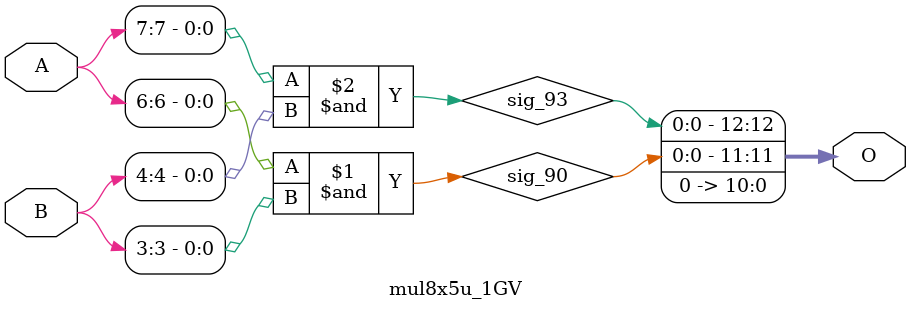
<source format=v>
/***
* This code is a part of EvoApproxLib library (ehw.fit.vutbr.cz/approxlib) distributed under The MIT License.
* When used, please cite the following article(s): V. Mrazek, L. Sekanina, Z. Vasicek "Libraries of Approximate Circuits: Automated Design and Application in CNN Accelerators" IEEE Journal on Emerging and Selected Topics in Circuits and Systems, Vol 10, No 4, 2020 
* This file contains a circuit from a sub-set of pareto optimal circuits with respect to the pwr and mse parameters
***/
// MAE% = 9.33 %
// MAE = 764 
// WCE% = 35.66 %
// WCE = 2921 
// WCRE% = 300.00 %
// EP% = 96.50 %
// MRE% = 68.64 %
// MSE = 959094 
// PDK45_PWR = 0.0006 mW
// PDK45_AREA = 4.7 um2
// PDK45_DELAY = 0.04 ns

module mul8x5u_1GV (
    A,
    B,
    O
);

input [7:0] A;
input [4:0] B;
output [12:0] O;

wire sig_90,sig_93;

assign sig_90 = A[6] & B[3];
assign sig_93 = A[7] & B[4];

assign O[12] = sig_93;
assign O[11] = sig_90;
assign O[10] = 1'b0;
assign O[9] = 1'b0;
assign O[8] = 1'b0;
assign O[7] = 1'b0;
assign O[6] = 1'b0;
assign O[5] = 1'b0;
assign O[4] = 1'b0;
assign O[3] = 1'b0;
assign O[2] = 1'b0;
assign O[1] = 1'b0;
assign O[0] = 1'b0;

endmodule



</source>
